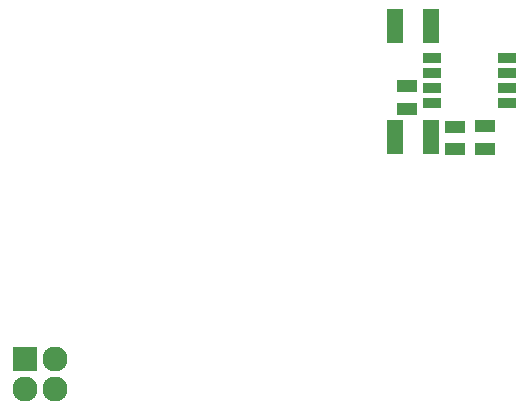
<source format=gbr>
G04 #@! TF.FileFunction,Soldermask,Bot*
%FSLAX46Y46*%
G04 Gerber Fmt 4.6, Leading zero omitted, Abs format (unit mm)*
G04 Created by KiCad (PCBNEW 4.0.2+dfsg1-stable) date Wed 11 Jul 2018 10:01:05 PM CDT*
%MOMM*%
G01*
G04 APERTURE LIST*
%ADD10C,0.100000*%
%ADD11R,1.400000X2.900000*%
%ADD12R,1.700000X1.100000*%
%ADD13R,1.543000X0.908000*%
%ADD14R,2.127200X2.127200*%
%ADD15O,2.127200X2.127200*%
G04 APERTURE END LIST*
D10*
D11*
X121134000Y-107696000D03*
X118134000Y-107696000D03*
X121158000Y-98298003D03*
X118158000Y-98298003D03*
D12*
X119126002Y-103377998D03*
X119126002Y-105277998D03*
X125730000Y-106746000D03*
X125730000Y-108646000D03*
X123190000Y-108712000D03*
X123190000Y-106812000D03*
D13*
X127635000Y-104775000D03*
X127635000Y-103505000D03*
X127635000Y-102235000D03*
X127635000Y-100965000D03*
X121285000Y-100965000D03*
X121285000Y-102235000D03*
X121285000Y-103505000D03*
X121285000Y-104775000D03*
D14*
X86804500Y-126428500D03*
D15*
X89344500Y-126428500D03*
X86804500Y-128968500D03*
X89344500Y-128968500D03*
M02*

</source>
